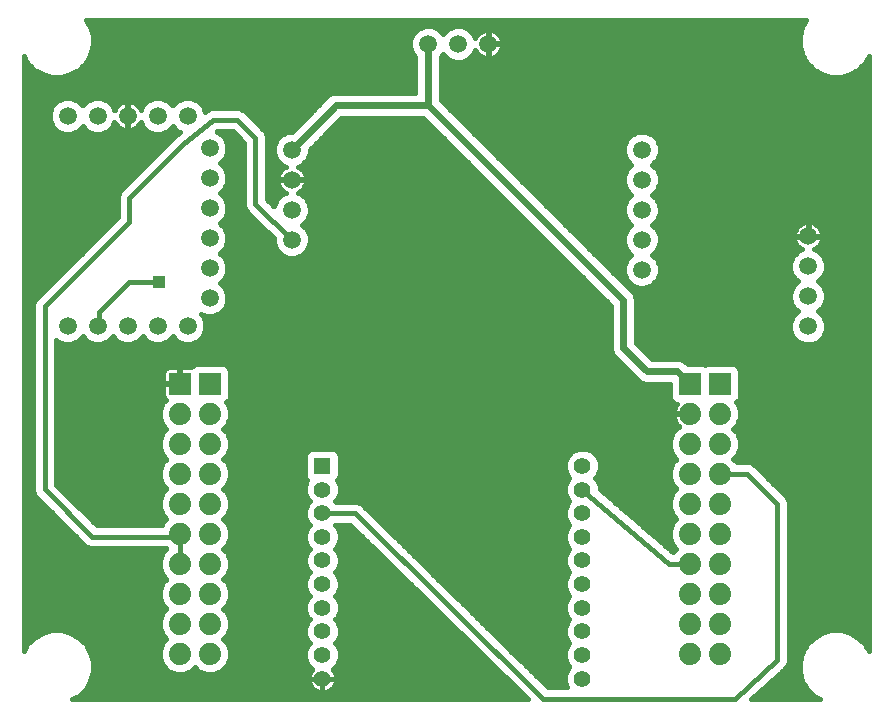
<source format=gtl>
G75*
%MOIN*%
%OFA0B0*%
%FSLAX25Y25*%
%IPPOS*%
%LPD*%
%AMOC8*
5,1,8,0,0,1.08239X$1,22.5*
%
%ADD10R,0.07400X0.07400*%
%ADD11C,0.07400*%
%ADD12C,0.05937*%
%ADD13C,0.05600*%
%ADD14R,0.05600X0.05600*%
%ADD15C,0.01600*%
%ADD16R,0.04356X0.04356*%
%ADD17C,0.02400*%
D10*
X0131804Y0111800D03*
X0141804Y0111800D03*
X0301804Y0111800D03*
X0311804Y0111800D03*
D11*
X0311804Y0101800D03*
X0301804Y0101800D03*
X0301804Y0091800D03*
X0311804Y0091800D03*
X0311804Y0081800D03*
X0301804Y0081800D03*
X0301804Y0071800D03*
X0311804Y0071800D03*
X0311804Y0061800D03*
X0301804Y0061800D03*
X0301804Y0051800D03*
X0311804Y0051800D03*
X0311804Y0041800D03*
X0301804Y0041800D03*
X0301804Y0031800D03*
X0311804Y0031800D03*
X0311804Y0021800D03*
X0301804Y0021800D03*
X0141804Y0021800D03*
X0131804Y0021800D03*
X0131804Y0031800D03*
X0131804Y0041800D03*
X0131804Y0051800D03*
X0131804Y0061800D03*
X0131804Y0071800D03*
X0131804Y0081800D03*
X0131804Y0091800D03*
X0131804Y0101800D03*
X0141804Y0101800D03*
X0141804Y0091800D03*
X0141804Y0081800D03*
X0141804Y0071800D03*
X0141804Y0061800D03*
X0141804Y0051800D03*
X0141804Y0041800D03*
X0141804Y0031800D03*
D12*
X0134383Y0131190D03*
X0124383Y0131190D03*
X0114383Y0131190D03*
X0104383Y0131190D03*
X0094383Y0131190D03*
X0141706Y0140402D03*
X0141706Y0150402D03*
X0141706Y0160402D03*
X0141706Y0170402D03*
X0141706Y0180402D03*
X0141706Y0190402D03*
X0134383Y0201190D03*
X0124383Y0201190D03*
X0114383Y0201190D03*
X0104383Y0201190D03*
X0094383Y0201190D03*
X0169100Y0189883D03*
X0169100Y0179883D03*
X0169100Y0169883D03*
X0169100Y0159883D03*
X0214560Y0225146D03*
X0224560Y0225146D03*
X0234560Y0225146D03*
X0285793Y0189883D03*
X0285793Y0179883D03*
X0285793Y0169883D03*
X0285793Y0159883D03*
X0285793Y0149883D03*
X0341233Y0150969D03*
X0341233Y0140969D03*
X0341233Y0130969D03*
X0341233Y0160969D03*
D13*
X0265961Y0084454D03*
X0265961Y0076580D03*
X0265961Y0068706D03*
X0265961Y0060831D03*
X0265961Y0052957D03*
X0265961Y0045083D03*
X0265961Y0037209D03*
X0265961Y0029335D03*
X0265961Y0021461D03*
X0265961Y0013587D03*
X0179347Y0013587D03*
X0179347Y0021461D03*
X0179347Y0029335D03*
X0179347Y0037209D03*
X0179347Y0045083D03*
X0179347Y0052957D03*
X0179347Y0060831D03*
X0179347Y0068706D03*
X0179347Y0076580D03*
D14*
X0179347Y0084454D03*
D15*
X0079754Y0022752D02*
X0079754Y0221005D01*
X0081033Y0218790D01*
X0083283Y0216540D01*
X0086038Y0214949D01*
X0089111Y0214126D01*
X0092293Y0214126D01*
X0095366Y0214949D01*
X0098121Y0216540D01*
X0100371Y0218790D01*
X0101962Y0221545D01*
X0102785Y0224619D01*
X0102785Y0227800D01*
X0101962Y0230873D01*
X0100607Y0233220D01*
X0340640Y0233220D01*
X0339284Y0230873D01*
X0338461Y0227800D01*
X0338461Y0224619D01*
X0339284Y0221545D01*
X0340875Y0218790D01*
X0343125Y0216540D01*
X0345880Y0214949D01*
X0348954Y0214126D01*
X0352135Y0214126D01*
X0355209Y0214949D01*
X0357964Y0216540D01*
X0360214Y0218790D01*
X0361493Y0221005D01*
X0361493Y0022752D01*
X0360214Y0024967D01*
X0357964Y0027217D01*
X0355209Y0028808D01*
X0352135Y0029631D01*
X0348954Y0029631D01*
X0345880Y0028808D01*
X0343125Y0027217D01*
X0340875Y0024967D01*
X0339284Y0022212D01*
X0338461Y0019139D01*
X0338461Y0015957D01*
X0339284Y0012884D01*
X0340875Y0010129D01*
X0343125Y0007879D01*
X0345340Y0006600D01*
X0322323Y0006600D01*
X0333039Y0016551D01*
X0333106Y0016579D01*
X0333591Y0017063D01*
X0334094Y0017530D01*
X0334124Y0017596D01*
X0334175Y0017647D01*
X0334438Y0018281D01*
X0334723Y0018904D01*
X0334726Y0018977D01*
X0334754Y0019044D01*
X0334754Y0019730D01*
X0334779Y0020415D01*
X0334754Y0020483D01*
X0334754Y0072556D01*
X0334175Y0073953D01*
X0324175Y0083953D01*
X0323106Y0085021D01*
X0321710Y0085600D01*
X0317480Y0085600D01*
X0316280Y0086800D01*
X0317484Y0088005D01*
X0318504Y0090467D01*
X0318504Y0093133D01*
X0317484Y0095595D01*
X0316280Y0096800D01*
X0317484Y0098005D01*
X0318504Y0100467D01*
X0318504Y0103133D01*
X0317484Y0105595D01*
X0317363Y0105716D01*
X0318048Y0106401D01*
X0318504Y0107503D01*
X0318504Y0116097D01*
X0318048Y0117199D01*
X0317204Y0118043D01*
X0316101Y0118500D01*
X0307508Y0118500D01*
X0306804Y0118209D01*
X0306101Y0118500D01*
X0301044Y0118500D01*
X0300010Y0119534D01*
X0298467Y0120173D01*
X0289292Y0120173D01*
X0283878Y0125587D01*
X0283878Y0140431D01*
X0283239Y0141974D01*
X0282057Y0143156D01*
X0218760Y0206453D01*
X0218760Y0220906D01*
X0219560Y0221706D01*
X0221179Y0220087D01*
X0223373Y0219178D01*
X0225747Y0219178D01*
X0227941Y0220087D01*
X0229620Y0221766D01*
X0230208Y0223185D01*
X0230482Y0222647D01*
X0230923Y0222040D01*
X0231454Y0221509D01*
X0232061Y0221068D01*
X0232730Y0220727D01*
X0233444Y0220495D01*
X0234185Y0220378D01*
X0234376Y0220378D01*
X0234376Y0224962D01*
X0234744Y0224962D01*
X0234744Y0220378D01*
X0234936Y0220378D01*
X0235677Y0220495D01*
X0236391Y0220727D01*
X0237059Y0221068D01*
X0237667Y0221509D01*
X0238197Y0222040D01*
X0238639Y0222647D01*
X0238979Y0223316D01*
X0239211Y0224030D01*
X0239329Y0224771D01*
X0239329Y0224962D01*
X0234745Y0224962D01*
X0234745Y0225331D01*
X0239329Y0225331D01*
X0239329Y0225522D01*
X0239211Y0226263D01*
X0238979Y0226977D01*
X0238639Y0227646D01*
X0238197Y0228253D01*
X0237667Y0228784D01*
X0237059Y0229225D01*
X0236391Y0229566D01*
X0235677Y0229798D01*
X0234936Y0229915D01*
X0234744Y0229915D01*
X0234744Y0225331D01*
X0234376Y0225331D01*
X0234376Y0229915D01*
X0234185Y0229915D01*
X0233444Y0229798D01*
X0232730Y0229566D01*
X0232061Y0229225D01*
X0231454Y0228784D01*
X0230923Y0228253D01*
X0230482Y0227646D01*
X0230208Y0227108D01*
X0229620Y0228527D01*
X0227941Y0230206D01*
X0225747Y0231115D01*
X0223373Y0231115D01*
X0221179Y0230206D01*
X0219560Y0228587D01*
X0217941Y0230206D01*
X0215747Y0231115D01*
X0213373Y0231115D01*
X0211179Y0230206D01*
X0209500Y0228527D01*
X0208592Y0226334D01*
X0208592Y0223959D01*
X0209500Y0221766D01*
X0210360Y0220906D01*
X0210360Y0208913D01*
X0183095Y0208913D01*
X0181551Y0208274D01*
X0169128Y0195851D01*
X0167912Y0195851D01*
X0165719Y0194943D01*
X0164040Y0193264D01*
X0163131Y0191070D01*
X0163131Y0188695D01*
X0164040Y0186502D01*
X0165719Y0184823D01*
X0167138Y0184235D01*
X0166600Y0183961D01*
X0165993Y0183520D01*
X0165462Y0182989D01*
X0165021Y0182382D01*
X0164680Y0181713D01*
X0164449Y0180999D01*
X0164331Y0180258D01*
X0164331Y0180067D01*
X0168915Y0180067D01*
X0168915Y0179698D01*
X0164331Y0179698D01*
X0164331Y0179507D01*
X0164449Y0178766D01*
X0164680Y0178052D01*
X0165021Y0177383D01*
X0165462Y0176776D01*
X0165993Y0176245D01*
X0166600Y0175804D01*
X0167138Y0175530D01*
X0165719Y0174943D01*
X0164040Y0173264D01*
X0163131Y0171070D01*
X0163131Y0170997D01*
X0160754Y0173374D01*
X0160754Y0194556D01*
X0160175Y0195953D01*
X0154175Y0201953D01*
X0153106Y0203021D01*
X0151710Y0203600D01*
X0143164Y0203600D01*
X0142622Y0203660D01*
X0142414Y0203600D01*
X0142198Y0203600D01*
X0141694Y0203391D01*
X0141170Y0203239D01*
X0141001Y0203104D01*
X0140801Y0203021D01*
X0140416Y0202636D01*
X0140287Y0202533D01*
X0139443Y0204571D01*
X0137764Y0206250D01*
X0135570Y0207158D01*
X0133196Y0207158D01*
X0131002Y0206250D01*
X0129383Y0204630D01*
X0127764Y0206250D01*
X0125570Y0207158D01*
X0123196Y0207158D01*
X0121002Y0206250D01*
X0119323Y0204571D01*
X0118735Y0203151D01*
X0118461Y0203689D01*
X0118020Y0204296D01*
X0117490Y0204827D01*
X0116882Y0205268D01*
X0116214Y0205609D01*
X0115500Y0205841D01*
X0114758Y0205958D01*
X0114567Y0205958D01*
X0114567Y0201374D01*
X0114199Y0201374D01*
X0114199Y0205958D01*
X0114008Y0205958D01*
X0113266Y0205841D01*
X0112553Y0205609D01*
X0111884Y0205268D01*
X0111277Y0204827D01*
X0110746Y0204296D01*
X0110305Y0203689D01*
X0110031Y0203151D01*
X0109443Y0204571D01*
X0107764Y0206250D01*
X0105570Y0207158D01*
X0103196Y0207158D01*
X0101002Y0206250D01*
X0099383Y0204630D01*
X0097764Y0206250D01*
X0095570Y0207158D01*
X0093196Y0207158D01*
X0091002Y0206250D01*
X0089323Y0204571D01*
X0088415Y0202377D01*
X0088415Y0200003D01*
X0089323Y0197809D01*
X0091002Y0196130D01*
X0093196Y0195221D01*
X0095570Y0195221D01*
X0097764Y0196130D01*
X0099383Y0197749D01*
X0101002Y0196130D01*
X0103196Y0195221D01*
X0105570Y0195221D01*
X0107764Y0196130D01*
X0109443Y0197809D01*
X0110031Y0199228D01*
X0110305Y0198691D01*
X0110746Y0198083D01*
X0111277Y0197553D01*
X0111884Y0197111D01*
X0112553Y0196771D01*
X0113266Y0196539D01*
X0114008Y0196421D01*
X0114199Y0196421D01*
X0114199Y0201005D01*
X0114567Y0201005D01*
X0114567Y0196421D01*
X0114758Y0196421D01*
X0115500Y0196539D01*
X0116214Y0196771D01*
X0116882Y0197111D01*
X0117490Y0197553D01*
X0118020Y0198083D01*
X0118461Y0198691D01*
X0118735Y0199228D01*
X0119323Y0197809D01*
X0121002Y0196130D01*
X0123196Y0195221D01*
X0125570Y0195221D01*
X0127764Y0196130D01*
X0129383Y0197749D01*
X0131002Y0196130D01*
X0131846Y0195780D01*
X0131001Y0195104D01*
X0130801Y0195021D01*
X0130416Y0194636D01*
X0129990Y0194295D01*
X0129885Y0194106D01*
X0112801Y0177021D01*
X0111732Y0175953D01*
X0111154Y0174556D01*
X0111154Y0167374D01*
X0083543Y0139764D01*
X0082965Y0138367D01*
X0082965Y0075847D01*
X0083543Y0074451D01*
X0084612Y0073382D01*
X0099292Y0058703D01*
X0100360Y0057634D01*
X0101757Y0057055D01*
X0127074Y0057055D01*
X0127329Y0056800D01*
X0126124Y0055595D01*
X0125104Y0053133D01*
X0125104Y0050467D01*
X0126124Y0048005D01*
X0127329Y0046800D01*
X0126124Y0045595D01*
X0125104Y0043133D01*
X0125104Y0040467D01*
X0126124Y0038005D01*
X0127329Y0036800D01*
X0126124Y0035595D01*
X0125104Y0033133D01*
X0125104Y0030467D01*
X0126124Y0028005D01*
X0127329Y0026800D01*
X0126124Y0025595D01*
X0125104Y0023133D01*
X0125104Y0020467D01*
X0126124Y0018005D01*
X0128009Y0016120D01*
X0130472Y0015100D01*
X0133137Y0015100D01*
X0135600Y0016120D01*
X0136804Y0017325D01*
X0138009Y0016120D01*
X0140472Y0015100D01*
X0143137Y0015100D01*
X0145600Y0016120D01*
X0147484Y0018005D01*
X0148504Y0020467D01*
X0148504Y0023133D01*
X0147484Y0025595D01*
X0146280Y0026800D01*
X0147484Y0028005D01*
X0148504Y0030467D01*
X0148504Y0033133D01*
X0147484Y0035595D01*
X0146280Y0036800D01*
X0147484Y0038005D01*
X0148504Y0040467D01*
X0148504Y0043133D01*
X0147484Y0045595D01*
X0146280Y0046800D01*
X0147484Y0048005D01*
X0148504Y0050467D01*
X0148504Y0053133D01*
X0147484Y0055595D01*
X0146280Y0056800D01*
X0147484Y0058005D01*
X0148504Y0060467D01*
X0148504Y0063133D01*
X0147484Y0065595D01*
X0146280Y0066800D01*
X0147484Y0068005D01*
X0148504Y0070467D01*
X0148504Y0073133D01*
X0147484Y0075595D01*
X0146280Y0076800D01*
X0147484Y0078005D01*
X0148504Y0080467D01*
X0148504Y0083133D01*
X0147484Y0085595D01*
X0146280Y0086800D01*
X0147484Y0088005D01*
X0148504Y0090467D01*
X0148504Y0093133D01*
X0147484Y0095595D01*
X0146280Y0096800D01*
X0147484Y0098005D01*
X0148504Y0100467D01*
X0148504Y0103133D01*
X0147484Y0105595D01*
X0147363Y0105716D01*
X0148048Y0106401D01*
X0148504Y0107503D01*
X0148504Y0116097D01*
X0148048Y0117199D01*
X0147204Y0118043D01*
X0146101Y0118500D01*
X0137508Y0118500D01*
X0136405Y0118043D01*
X0135662Y0117300D01*
X0132004Y0117300D01*
X0132004Y0112000D01*
X0131604Y0112000D01*
X0131604Y0111600D01*
X0126304Y0111600D01*
X0126304Y0107863D01*
X0126427Y0107405D01*
X0126664Y0106995D01*
X0126999Y0106660D01*
X0127119Y0106590D01*
X0126124Y0105595D01*
X0125104Y0103133D01*
X0125104Y0100467D01*
X0126124Y0098005D01*
X0127329Y0096800D01*
X0126124Y0095595D01*
X0125104Y0093133D01*
X0125104Y0090467D01*
X0126124Y0088005D01*
X0127329Y0086800D01*
X0126124Y0085595D01*
X0125104Y0083133D01*
X0125104Y0080467D01*
X0126124Y0078005D01*
X0127329Y0076800D01*
X0126124Y0075595D01*
X0125104Y0073133D01*
X0125104Y0070467D01*
X0126124Y0068005D01*
X0127329Y0066800D01*
X0126124Y0065595D01*
X0125735Y0064655D01*
X0104087Y0064655D01*
X0090565Y0078177D01*
X0090565Y0126567D01*
X0091002Y0126130D01*
X0093196Y0125221D01*
X0095570Y0125221D01*
X0097764Y0126130D01*
X0099383Y0127749D01*
X0101002Y0126130D01*
X0103196Y0125221D01*
X0105570Y0125221D01*
X0107764Y0126130D01*
X0109383Y0127749D01*
X0111002Y0126130D01*
X0113196Y0125221D01*
X0115570Y0125221D01*
X0117764Y0126130D01*
X0119383Y0127749D01*
X0121002Y0126130D01*
X0123196Y0125221D01*
X0125570Y0125221D01*
X0127764Y0126130D01*
X0129383Y0127749D01*
X0131002Y0126130D01*
X0133196Y0125221D01*
X0135570Y0125221D01*
X0137764Y0126130D01*
X0139443Y0127809D01*
X0140352Y0130003D01*
X0140352Y0132377D01*
X0139443Y0134571D01*
X0138916Y0135098D01*
X0140519Y0134434D01*
X0142893Y0134434D01*
X0145087Y0135343D01*
X0146766Y0137021D01*
X0147674Y0139215D01*
X0147674Y0141590D01*
X0146766Y0143783D01*
X0145147Y0145402D01*
X0146766Y0147021D01*
X0147674Y0149215D01*
X0147674Y0151590D01*
X0146766Y0153783D01*
X0145147Y0155402D01*
X0146766Y0157021D01*
X0147674Y0159215D01*
X0147674Y0161590D01*
X0146766Y0163783D01*
X0145147Y0165402D01*
X0146766Y0167021D01*
X0147674Y0169215D01*
X0147674Y0171590D01*
X0146766Y0173783D01*
X0145147Y0175402D01*
X0146766Y0177021D01*
X0147674Y0179215D01*
X0147674Y0181590D01*
X0146766Y0183783D01*
X0145147Y0185402D01*
X0146766Y0187021D01*
X0147674Y0189215D01*
X0147674Y0191590D01*
X0146766Y0193783D01*
X0145087Y0195462D01*
X0144117Y0195864D01*
X0144287Y0196000D01*
X0149380Y0196000D01*
X0153154Y0192226D01*
X0153154Y0171044D01*
X0153732Y0169647D01*
X0154801Y0168579D01*
X0160801Y0162579D01*
X0161191Y0162417D01*
X0163131Y0160477D01*
X0163131Y0158695D01*
X0164040Y0156502D01*
X0165719Y0154823D01*
X0167912Y0153914D01*
X0170287Y0153914D01*
X0172480Y0154823D01*
X0174159Y0156502D01*
X0175068Y0158695D01*
X0175068Y0161070D01*
X0174159Y0163264D01*
X0172540Y0164883D01*
X0174159Y0166502D01*
X0175068Y0168695D01*
X0175068Y0171070D01*
X0174159Y0173264D01*
X0172480Y0174943D01*
X0171061Y0175530D01*
X0171599Y0175804D01*
X0172206Y0176245D01*
X0172737Y0176776D01*
X0173178Y0177383D01*
X0173519Y0178052D01*
X0173751Y0178766D01*
X0173868Y0179507D01*
X0173868Y0179698D01*
X0169284Y0179698D01*
X0169284Y0180067D01*
X0173868Y0180067D01*
X0173868Y0180258D01*
X0173751Y0180999D01*
X0173519Y0181713D01*
X0173178Y0182382D01*
X0172737Y0182989D01*
X0172206Y0183520D01*
X0171599Y0183961D01*
X0171061Y0184235D01*
X0172480Y0184823D01*
X0174159Y0186502D01*
X0175068Y0188695D01*
X0175068Y0189911D01*
X0185670Y0200513D01*
X0212821Y0200513D01*
X0275478Y0137856D01*
X0275478Y0123012D01*
X0276118Y0121468D01*
X0283992Y0113594D01*
X0285173Y0112413D01*
X0286717Y0111773D01*
X0295104Y0111773D01*
X0295104Y0107503D01*
X0295561Y0106401D01*
X0296405Y0105557D01*
X0297428Y0105133D01*
X0297100Y0104683D01*
X0296707Y0103911D01*
X0296440Y0103088D01*
X0296304Y0102233D01*
X0296304Y0102000D01*
X0301604Y0102000D01*
X0301604Y0101600D01*
X0296304Y0101600D01*
X0296304Y0101367D01*
X0296440Y0100512D01*
X0296707Y0099689D01*
X0297100Y0098917D01*
X0297609Y0098217D01*
X0298221Y0097605D01*
X0298254Y0097581D01*
X0298009Y0097480D01*
X0296124Y0095595D01*
X0295104Y0093133D01*
X0295104Y0090467D01*
X0296124Y0088005D01*
X0297329Y0086800D01*
X0296124Y0085595D01*
X0295104Y0083133D01*
X0295104Y0080467D01*
X0296124Y0078005D01*
X0297329Y0076800D01*
X0296124Y0075595D01*
X0295104Y0073133D01*
X0295104Y0070467D01*
X0296124Y0068005D01*
X0297329Y0066800D01*
X0296124Y0065595D01*
X0295104Y0063133D01*
X0295104Y0060467D01*
X0296124Y0058005D01*
X0297329Y0056800D01*
X0296139Y0055610D01*
X0271761Y0076600D01*
X0271761Y0077733D01*
X0270878Y0079865D01*
X0270226Y0080517D01*
X0270878Y0081168D01*
X0271761Y0083300D01*
X0271761Y0085607D01*
X0270878Y0087739D01*
X0269246Y0089371D01*
X0267115Y0090254D01*
X0264807Y0090254D01*
X0262676Y0089371D01*
X0261044Y0087739D01*
X0260161Y0085607D01*
X0260161Y0083300D01*
X0261044Y0081168D01*
X0261696Y0080517D01*
X0261044Y0079865D01*
X0260161Y0077733D01*
X0260161Y0075426D01*
X0261044Y0073294D01*
X0261696Y0072643D01*
X0261044Y0071991D01*
X0260161Y0069859D01*
X0260161Y0067552D01*
X0261044Y0065420D01*
X0261696Y0064768D01*
X0261044Y0064117D01*
X0260161Y0061985D01*
X0260161Y0059678D01*
X0261044Y0057546D01*
X0261696Y0056894D01*
X0261044Y0056243D01*
X0260161Y0054111D01*
X0260161Y0051804D01*
X0261044Y0049672D01*
X0261696Y0049020D01*
X0261044Y0048369D01*
X0260161Y0046237D01*
X0260161Y0043930D01*
X0261044Y0041798D01*
X0261696Y0041146D01*
X0261044Y0040495D01*
X0260161Y0038363D01*
X0260161Y0036056D01*
X0261044Y0033924D01*
X0261696Y0033272D01*
X0261044Y0032621D01*
X0260161Y0030489D01*
X0260161Y0028182D01*
X0261044Y0026050D01*
X0261696Y0025398D01*
X0261044Y0024747D01*
X0260161Y0022615D01*
X0260161Y0020308D01*
X0261044Y0018176D01*
X0261696Y0017524D01*
X0261044Y0016873D01*
X0260161Y0014741D01*
X0260161Y0012434D01*
X0260921Y0010600D01*
X0254510Y0010600D01*
X0192725Y0071403D01*
X0192201Y0071927D01*
X0192186Y0071933D01*
X0192175Y0071944D01*
X0191489Y0072222D01*
X0190804Y0072505D01*
X0190788Y0072505D01*
X0190774Y0072511D01*
X0190033Y0072505D01*
X0183749Y0072505D01*
X0183612Y0072643D01*
X0184264Y0073294D01*
X0185147Y0075426D01*
X0185147Y0077733D01*
X0184363Y0079627D01*
X0184690Y0079954D01*
X0185147Y0081057D01*
X0185147Y0087850D01*
X0184690Y0088953D01*
X0183846Y0089797D01*
X0182744Y0090254D01*
X0175950Y0090254D01*
X0174847Y0089797D01*
X0174004Y0088953D01*
X0173547Y0087850D01*
X0173547Y0081057D01*
X0174004Y0079954D01*
X0174331Y0079627D01*
X0173547Y0077733D01*
X0173547Y0075426D01*
X0174430Y0073294D01*
X0175081Y0072643D01*
X0174430Y0071991D01*
X0173547Y0069859D01*
X0173547Y0067552D01*
X0174430Y0065420D01*
X0175081Y0064768D01*
X0174430Y0064117D01*
X0173547Y0061985D01*
X0173547Y0059678D01*
X0174430Y0057546D01*
X0175081Y0056894D01*
X0174430Y0056243D01*
X0173547Y0054111D01*
X0173547Y0051804D01*
X0174430Y0049672D01*
X0175081Y0049020D01*
X0174430Y0048369D01*
X0173547Y0046237D01*
X0173547Y0043930D01*
X0174430Y0041798D01*
X0175081Y0041146D01*
X0174430Y0040495D01*
X0173547Y0038363D01*
X0173547Y0036056D01*
X0174430Y0033924D01*
X0175081Y0033272D01*
X0174430Y0032621D01*
X0173547Y0030489D01*
X0173547Y0028182D01*
X0174430Y0026050D01*
X0175081Y0025398D01*
X0174430Y0024747D01*
X0173547Y0022615D01*
X0173547Y0020308D01*
X0174430Y0018176D01*
X0175930Y0016676D01*
X0175838Y0016584D01*
X0175413Y0015998D01*
X0175084Y0015353D01*
X0174860Y0014665D01*
X0174747Y0013949D01*
X0174747Y0013587D01*
X0174747Y0013225D01*
X0174860Y0012510D01*
X0175084Y0011822D01*
X0175413Y0011176D01*
X0175838Y0010591D01*
X0176350Y0010079D01*
X0176936Y0009653D01*
X0177581Y0009324D01*
X0178270Y0009101D01*
X0178985Y0008987D01*
X0179347Y0008987D01*
X0179709Y0008987D01*
X0180424Y0009101D01*
X0181113Y0009324D01*
X0181758Y0009653D01*
X0182344Y0010079D01*
X0182856Y0010591D01*
X0183281Y0011176D01*
X0183610Y0011822D01*
X0183834Y0012510D01*
X0183947Y0013225D01*
X0183947Y0013587D01*
X0179347Y0013587D01*
X0179347Y0008987D01*
X0179347Y0013587D01*
X0179347Y0013587D01*
X0179347Y0013587D01*
X0174747Y0013587D01*
X0179347Y0013587D01*
X0179347Y0013587D01*
X0183947Y0013587D01*
X0183947Y0013949D01*
X0183834Y0014665D01*
X0183610Y0015353D01*
X0183281Y0015998D01*
X0182856Y0016584D01*
X0182764Y0016676D01*
X0184264Y0018176D01*
X0185147Y0020308D01*
X0185147Y0022615D01*
X0184264Y0024747D01*
X0183612Y0025398D01*
X0184264Y0026050D01*
X0185147Y0028182D01*
X0185147Y0030489D01*
X0184264Y0032621D01*
X0183612Y0033272D01*
X0184264Y0033924D01*
X0185147Y0036056D01*
X0185147Y0038363D01*
X0184264Y0040495D01*
X0183612Y0041146D01*
X0184264Y0041798D01*
X0185147Y0043930D01*
X0185147Y0046237D01*
X0184264Y0048369D01*
X0183612Y0049020D01*
X0184264Y0049672D01*
X0185147Y0051804D01*
X0185147Y0054111D01*
X0184264Y0056243D01*
X0183612Y0056894D01*
X0184264Y0057546D01*
X0185147Y0059678D01*
X0185147Y0061985D01*
X0184264Y0064117D01*
X0183612Y0064768D01*
X0183749Y0064906D01*
X0188492Y0064906D01*
X0247740Y0006600D01*
X0095906Y0006600D01*
X0098121Y0007879D01*
X0100371Y0010129D01*
X0101962Y0012884D01*
X0102785Y0015957D01*
X0102785Y0019139D01*
X0101962Y0022212D01*
X0100371Y0024967D01*
X0098121Y0027217D01*
X0095366Y0028808D01*
X0092293Y0029631D01*
X0089111Y0029631D01*
X0086038Y0028808D01*
X0083283Y0027217D01*
X0081033Y0024967D01*
X0079754Y0022752D01*
X0079754Y0024179D02*
X0080578Y0024179D01*
X0079754Y0025778D02*
X0081843Y0025778D01*
X0083558Y0027376D02*
X0079754Y0027376D01*
X0079754Y0028975D02*
X0086660Y0028975D01*
X0079754Y0030573D02*
X0125104Y0030573D01*
X0125104Y0032172D02*
X0079754Y0032172D01*
X0079754Y0033770D02*
X0125368Y0033770D01*
X0126031Y0035369D02*
X0079754Y0035369D01*
X0079754Y0036967D02*
X0127162Y0036967D01*
X0125892Y0038566D02*
X0079754Y0038566D01*
X0079754Y0040164D02*
X0125230Y0040164D01*
X0125104Y0041763D02*
X0079754Y0041763D01*
X0079754Y0043361D02*
X0125199Y0043361D01*
X0125861Y0044960D02*
X0079754Y0044960D01*
X0079754Y0046558D02*
X0127087Y0046558D01*
X0126061Y0048157D02*
X0079754Y0048157D01*
X0079754Y0049755D02*
X0125399Y0049755D01*
X0125104Y0051354D02*
X0079754Y0051354D01*
X0079754Y0052952D02*
X0125104Y0052952D01*
X0125692Y0054551D02*
X0079754Y0054551D01*
X0079754Y0056149D02*
X0126678Y0056149D01*
X0131804Y0051800D02*
X0131804Y0061800D01*
X0130859Y0060855D01*
X0102513Y0060855D01*
X0086765Y0076603D01*
X0086765Y0137611D01*
X0114954Y0165800D01*
X0114954Y0173800D01*
X0132954Y0191800D01*
X0142954Y0199800D01*
X0150954Y0199800D01*
X0156954Y0193800D01*
X0156954Y0171800D01*
X0162954Y0165800D01*
X0163182Y0165800D01*
X0169100Y0159883D01*
X0174827Y0161651D02*
X0251683Y0161651D01*
X0253281Y0160053D02*
X0175068Y0160053D01*
X0174968Y0158454D02*
X0254880Y0158454D01*
X0256478Y0156856D02*
X0174306Y0156856D01*
X0172915Y0155257D02*
X0258077Y0155257D01*
X0259675Y0153659D02*
X0146817Y0153659D01*
X0147480Y0152060D02*
X0261274Y0152060D01*
X0262872Y0150462D02*
X0147674Y0150462D01*
X0147529Y0148863D02*
X0264471Y0148863D01*
X0266069Y0147265D02*
X0146866Y0147265D01*
X0145410Y0145666D02*
X0267668Y0145666D01*
X0269266Y0144068D02*
X0146481Y0144068D01*
X0147310Y0142469D02*
X0270865Y0142469D01*
X0272463Y0140870D02*
X0147674Y0140870D01*
X0147674Y0139272D02*
X0274062Y0139272D01*
X0275478Y0137673D02*
X0147036Y0137673D01*
X0145819Y0136075D02*
X0275478Y0136075D01*
X0275478Y0134476D02*
X0142996Y0134476D01*
X0140416Y0134476D02*
X0139482Y0134476D01*
X0140144Y0132878D02*
X0275478Y0132878D01*
X0275478Y0131279D02*
X0140352Y0131279D01*
X0140218Y0129681D02*
X0275478Y0129681D01*
X0275478Y0128082D02*
X0139556Y0128082D01*
X0138118Y0126484D02*
X0275478Y0126484D01*
X0275478Y0124885D02*
X0090565Y0124885D01*
X0090565Y0123287D02*
X0275478Y0123287D01*
X0276027Y0121688D02*
X0090565Y0121688D01*
X0090565Y0120090D02*
X0277496Y0120090D01*
X0279095Y0118491D02*
X0146122Y0118491D01*
X0148175Y0116893D02*
X0280693Y0116893D01*
X0282292Y0115294D02*
X0148504Y0115294D01*
X0148504Y0113696D02*
X0283890Y0113696D01*
X0285935Y0112097D02*
X0148504Y0112097D01*
X0148504Y0110499D02*
X0295104Y0110499D01*
X0295104Y0108900D02*
X0148504Y0108900D01*
X0148421Y0107302D02*
X0295188Y0107302D01*
X0296258Y0105703D02*
X0147376Y0105703D01*
X0148102Y0104105D02*
X0296806Y0104105D01*
X0296348Y0102506D02*
X0148504Y0102506D01*
X0148504Y0100908D02*
X0296377Y0100908D01*
X0296901Y0099309D02*
X0148025Y0099309D01*
X0147190Y0097711D02*
X0298115Y0097711D01*
X0296641Y0096112D02*
X0146967Y0096112D01*
X0147932Y0094514D02*
X0295676Y0094514D01*
X0295104Y0092915D02*
X0148504Y0092915D01*
X0148504Y0091317D02*
X0295104Y0091317D01*
X0295415Y0089718D02*
X0268407Y0089718D01*
X0270497Y0088120D02*
X0296077Y0088120D01*
X0297050Y0086521D02*
X0271382Y0086521D01*
X0271761Y0084923D02*
X0295846Y0084923D01*
X0295184Y0083324D02*
X0271761Y0083324D01*
X0271109Y0081726D02*
X0295104Y0081726D01*
X0295245Y0080127D02*
X0270616Y0080127D01*
X0271432Y0078529D02*
X0295907Y0078529D01*
X0297199Y0076930D02*
X0271761Y0076930D01*
X0273234Y0075332D02*
X0296015Y0075332D01*
X0295353Y0073733D02*
X0275091Y0073733D01*
X0276948Y0072134D02*
X0295104Y0072134D01*
X0295104Y0070536D02*
X0278804Y0070536D01*
X0280661Y0068937D02*
X0295738Y0068937D01*
X0296790Y0067339D02*
X0282517Y0067339D01*
X0284374Y0065740D02*
X0296270Y0065740D01*
X0295522Y0064142D02*
X0286230Y0064142D01*
X0288087Y0062543D02*
X0295104Y0062543D01*
X0295104Y0060945D02*
X0289943Y0060945D01*
X0291800Y0059346D02*
X0295569Y0059346D01*
X0296381Y0057748D02*
X0293656Y0057748D01*
X0295513Y0056149D02*
X0296678Y0056149D01*
X0294741Y0051800D02*
X0301804Y0051800D01*
X0294741Y0051800D02*
X0265961Y0076580D01*
X0260490Y0078529D02*
X0184817Y0078529D01*
X0184762Y0080127D02*
X0261306Y0080127D01*
X0260813Y0081726D02*
X0185147Y0081726D01*
X0185147Y0083324D02*
X0260161Y0083324D01*
X0260161Y0084923D02*
X0185147Y0084923D01*
X0185147Y0086521D02*
X0260540Y0086521D01*
X0261425Y0088120D02*
X0185035Y0088120D01*
X0183925Y0089718D02*
X0263515Y0089718D01*
X0260161Y0076930D02*
X0185147Y0076930D01*
X0185108Y0075332D02*
X0260200Y0075332D01*
X0260862Y0073733D02*
X0184446Y0073733D01*
X0179347Y0068706D02*
X0190048Y0068706D01*
X0252954Y0006800D01*
X0316954Y0006800D01*
X0330954Y0019800D01*
X0330954Y0071800D01*
X0320954Y0081800D01*
X0311804Y0081800D01*
X0316558Y0086521D02*
X0361493Y0086521D01*
X0361493Y0084923D02*
X0323205Y0084923D01*
X0324804Y0083324D02*
X0361493Y0083324D01*
X0361493Y0081726D02*
X0326402Y0081726D01*
X0328001Y0080127D02*
X0361493Y0080127D01*
X0361493Y0078529D02*
X0329599Y0078529D01*
X0331198Y0076930D02*
X0361493Y0076930D01*
X0361493Y0075332D02*
X0332796Y0075332D01*
X0334266Y0073733D02*
X0361493Y0073733D01*
X0361493Y0072134D02*
X0334754Y0072134D01*
X0334754Y0070536D02*
X0361493Y0070536D01*
X0361493Y0068937D02*
X0334754Y0068937D01*
X0334754Y0067339D02*
X0361493Y0067339D01*
X0361493Y0065740D02*
X0334754Y0065740D01*
X0334754Y0064142D02*
X0361493Y0064142D01*
X0361493Y0062543D02*
X0334754Y0062543D01*
X0334754Y0060945D02*
X0361493Y0060945D01*
X0361493Y0059346D02*
X0334754Y0059346D01*
X0334754Y0057748D02*
X0361493Y0057748D01*
X0361493Y0056149D02*
X0334754Y0056149D01*
X0334754Y0054551D02*
X0361493Y0054551D01*
X0361493Y0052952D02*
X0334754Y0052952D01*
X0334754Y0051354D02*
X0361493Y0051354D01*
X0361493Y0049755D02*
X0334754Y0049755D01*
X0334754Y0048157D02*
X0361493Y0048157D01*
X0361493Y0046558D02*
X0334754Y0046558D01*
X0334754Y0044960D02*
X0361493Y0044960D01*
X0361493Y0043361D02*
X0334754Y0043361D01*
X0334754Y0041763D02*
X0361493Y0041763D01*
X0361493Y0040164D02*
X0334754Y0040164D01*
X0334754Y0038566D02*
X0361493Y0038566D01*
X0361493Y0036967D02*
X0334754Y0036967D01*
X0334754Y0035369D02*
X0361493Y0035369D01*
X0361493Y0033770D02*
X0334754Y0033770D01*
X0334754Y0032172D02*
X0361493Y0032172D01*
X0361493Y0030573D02*
X0334754Y0030573D01*
X0334754Y0028975D02*
X0346502Y0028975D01*
X0343400Y0027376D02*
X0334754Y0027376D01*
X0334754Y0025778D02*
X0341686Y0025778D01*
X0340420Y0024179D02*
X0334754Y0024179D01*
X0334754Y0022581D02*
X0339497Y0022581D01*
X0338955Y0020982D02*
X0334754Y0020982D01*
X0334754Y0019384D02*
X0338527Y0019384D01*
X0338461Y0017785D02*
X0334232Y0017785D01*
X0332647Y0016187D02*
X0338461Y0016187D01*
X0338828Y0014588D02*
X0330926Y0014588D01*
X0329204Y0012990D02*
X0339256Y0012990D01*
X0340146Y0011391D02*
X0327483Y0011391D01*
X0325761Y0009793D02*
X0341211Y0009793D01*
X0342810Y0008194D02*
X0324040Y0008194D01*
X0354587Y0028975D02*
X0361493Y0028975D01*
X0361493Y0027376D02*
X0357689Y0027376D01*
X0359403Y0025778D02*
X0361493Y0025778D01*
X0361493Y0024179D02*
X0360669Y0024179D01*
X0361493Y0088120D02*
X0317532Y0088120D01*
X0318194Y0089718D02*
X0361493Y0089718D01*
X0361493Y0091317D02*
X0318504Y0091317D01*
X0318504Y0092915D02*
X0361493Y0092915D01*
X0361493Y0094514D02*
X0317932Y0094514D01*
X0316967Y0096112D02*
X0361493Y0096112D01*
X0361493Y0097711D02*
X0317190Y0097711D01*
X0318025Y0099309D02*
X0361493Y0099309D01*
X0361493Y0100908D02*
X0318504Y0100908D01*
X0318504Y0102506D02*
X0361493Y0102506D01*
X0361493Y0104105D02*
X0318102Y0104105D01*
X0317376Y0105703D02*
X0361493Y0105703D01*
X0361493Y0107302D02*
X0318421Y0107302D01*
X0318504Y0108900D02*
X0361493Y0108900D01*
X0361493Y0110499D02*
X0318504Y0110499D01*
X0318504Y0112097D02*
X0361493Y0112097D01*
X0361493Y0113696D02*
X0318504Y0113696D01*
X0318504Y0115294D02*
X0361493Y0115294D01*
X0361493Y0116893D02*
X0318175Y0116893D01*
X0316122Y0118491D02*
X0361493Y0118491D01*
X0361493Y0120090D02*
X0298668Y0120090D01*
X0306122Y0118491D02*
X0307487Y0118491D01*
X0287777Y0121688D02*
X0361493Y0121688D01*
X0361493Y0123287D02*
X0286178Y0123287D01*
X0284580Y0124885D02*
X0361493Y0124885D01*
X0361493Y0126484D02*
X0345189Y0126484D01*
X0344614Y0125909D02*
X0346293Y0127588D01*
X0347202Y0129782D01*
X0347202Y0132156D01*
X0346293Y0134350D01*
X0344674Y0135969D01*
X0346293Y0137588D01*
X0347202Y0139782D01*
X0347202Y0142156D01*
X0346293Y0144350D01*
X0344674Y0145969D01*
X0346293Y0147588D01*
X0347202Y0149782D01*
X0347202Y0152156D01*
X0346293Y0154350D01*
X0344614Y0156029D01*
X0343195Y0156617D01*
X0343733Y0156891D01*
X0344340Y0157332D01*
X0344871Y0157863D01*
X0345312Y0158470D01*
X0345653Y0159139D01*
X0345885Y0159853D01*
X0346002Y0160594D01*
X0346002Y0160785D01*
X0341418Y0160785D01*
X0341418Y0161154D01*
X0341049Y0161154D01*
X0341049Y0165738D01*
X0340858Y0165738D01*
X0340117Y0165620D01*
X0339403Y0165388D01*
X0338734Y0165048D01*
X0338127Y0164606D01*
X0337596Y0164076D01*
X0337155Y0163469D01*
X0336814Y0162800D01*
X0336582Y0162086D01*
X0336465Y0161345D01*
X0336465Y0161154D01*
X0341049Y0161154D01*
X0341049Y0160785D01*
X0336465Y0160785D01*
X0336465Y0160594D01*
X0336582Y0159853D01*
X0336814Y0159139D01*
X0337155Y0158470D01*
X0337596Y0157863D01*
X0338127Y0157332D01*
X0338734Y0156891D01*
X0339272Y0156617D01*
X0337853Y0156029D01*
X0336174Y0154350D01*
X0335265Y0152156D01*
X0335265Y0149782D01*
X0336174Y0147588D01*
X0337793Y0145969D01*
X0336174Y0144350D01*
X0335265Y0142156D01*
X0335265Y0139782D01*
X0336174Y0137588D01*
X0337793Y0135969D01*
X0336174Y0134350D01*
X0335265Y0132156D01*
X0335265Y0129782D01*
X0336174Y0127588D01*
X0337853Y0125909D01*
X0340046Y0125001D01*
X0342421Y0125001D01*
X0344614Y0125909D01*
X0346498Y0128082D02*
X0361493Y0128082D01*
X0361493Y0129681D02*
X0347160Y0129681D01*
X0347202Y0131279D02*
X0361493Y0131279D01*
X0361493Y0132878D02*
X0346903Y0132878D01*
X0346167Y0134476D02*
X0361493Y0134476D01*
X0361493Y0136075D02*
X0344780Y0136075D01*
X0346329Y0137673D02*
X0361493Y0137673D01*
X0361493Y0139272D02*
X0346991Y0139272D01*
X0347202Y0140870D02*
X0361493Y0140870D01*
X0361493Y0142469D02*
X0347073Y0142469D01*
X0346410Y0144068D02*
X0361493Y0144068D01*
X0361493Y0145666D02*
X0344977Y0145666D01*
X0345969Y0147265D02*
X0361493Y0147265D01*
X0361493Y0148863D02*
X0346821Y0148863D01*
X0347202Y0150462D02*
X0361493Y0150462D01*
X0361493Y0152060D02*
X0347202Y0152060D01*
X0346580Y0153659D02*
X0361493Y0153659D01*
X0361493Y0155257D02*
X0345386Y0155257D01*
X0343663Y0156856D02*
X0361493Y0156856D01*
X0361493Y0158454D02*
X0345300Y0158454D01*
X0345916Y0160053D02*
X0361493Y0160053D01*
X0361493Y0161651D02*
X0345953Y0161651D01*
X0346002Y0161345D02*
X0345885Y0162086D01*
X0345653Y0162800D01*
X0345312Y0163469D01*
X0344871Y0164076D01*
X0344340Y0164606D01*
X0343733Y0165048D01*
X0343064Y0165388D01*
X0342350Y0165620D01*
X0341609Y0165738D01*
X0341418Y0165738D01*
X0341418Y0161154D01*
X0346002Y0161154D01*
X0346002Y0161345D01*
X0345423Y0163250D02*
X0361493Y0163250D01*
X0361493Y0164848D02*
X0344007Y0164848D01*
X0341418Y0164848D02*
X0341049Y0164848D01*
X0341049Y0163250D02*
X0341418Y0163250D01*
X0341418Y0161651D02*
X0341049Y0161651D01*
X0338460Y0164848D02*
X0289268Y0164848D01*
X0289233Y0164883D02*
X0290852Y0166502D01*
X0291761Y0168695D01*
X0291761Y0171070D01*
X0290852Y0173264D01*
X0289233Y0174883D01*
X0290852Y0176502D01*
X0291761Y0178695D01*
X0291761Y0181070D01*
X0290852Y0183264D01*
X0289233Y0184883D01*
X0290852Y0186502D01*
X0291761Y0188695D01*
X0291761Y0191070D01*
X0290852Y0193264D01*
X0289173Y0194943D01*
X0286980Y0195851D01*
X0284605Y0195851D01*
X0282412Y0194943D01*
X0280733Y0193264D01*
X0279824Y0191070D01*
X0279824Y0188695D01*
X0280733Y0186502D01*
X0282352Y0184883D01*
X0280733Y0183264D01*
X0279824Y0181070D01*
X0279824Y0178695D01*
X0280733Y0176502D01*
X0282352Y0174883D01*
X0280733Y0173264D01*
X0279824Y0171070D01*
X0279824Y0168695D01*
X0280733Y0166502D01*
X0282352Y0164883D01*
X0280733Y0163264D01*
X0279824Y0161070D01*
X0279824Y0158695D01*
X0280733Y0156502D01*
X0282352Y0154883D01*
X0280733Y0153264D01*
X0279824Y0151070D01*
X0279824Y0148695D01*
X0280733Y0146502D01*
X0282412Y0144823D01*
X0284605Y0143914D01*
X0286980Y0143914D01*
X0289173Y0144823D01*
X0290852Y0146502D01*
X0291761Y0148695D01*
X0291761Y0151070D01*
X0290852Y0153264D01*
X0289233Y0154883D01*
X0290852Y0156502D01*
X0291761Y0158695D01*
X0291761Y0161070D01*
X0290852Y0163264D01*
X0289233Y0164883D01*
X0290797Y0166447D02*
X0361493Y0166447D01*
X0361493Y0168045D02*
X0291492Y0168045D01*
X0291761Y0169644D02*
X0361493Y0169644D01*
X0361493Y0171242D02*
X0291690Y0171242D01*
X0291028Y0172841D02*
X0361493Y0172841D01*
X0361493Y0174439D02*
X0289677Y0174439D01*
X0290388Y0176038D02*
X0361493Y0176038D01*
X0361493Y0177636D02*
X0291322Y0177636D01*
X0291761Y0179235D02*
X0361493Y0179235D01*
X0361493Y0180833D02*
X0291761Y0180833D01*
X0291197Y0182432D02*
X0361493Y0182432D01*
X0361493Y0184030D02*
X0290086Y0184030D01*
X0289979Y0185629D02*
X0361493Y0185629D01*
X0361493Y0187227D02*
X0291153Y0187227D01*
X0291761Y0188826D02*
X0361493Y0188826D01*
X0361493Y0190424D02*
X0291761Y0190424D01*
X0291366Y0192023D02*
X0361493Y0192023D01*
X0361493Y0193621D02*
X0290495Y0193621D01*
X0288504Y0195220D02*
X0361493Y0195220D01*
X0361493Y0196818D02*
X0228395Y0196818D01*
X0229993Y0195220D02*
X0283081Y0195220D01*
X0281090Y0193621D02*
X0231592Y0193621D01*
X0233190Y0192023D02*
X0280219Y0192023D01*
X0279824Y0190424D02*
X0234789Y0190424D01*
X0236387Y0188826D02*
X0279824Y0188826D01*
X0280432Y0187227D02*
X0237986Y0187227D01*
X0239584Y0185629D02*
X0281606Y0185629D01*
X0281499Y0184030D02*
X0241183Y0184030D01*
X0242782Y0182432D02*
X0280388Y0182432D01*
X0279824Y0180833D02*
X0244380Y0180833D01*
X0245979Y0179235D02*
X0279824Y0179235D01*
X0280263Y0177636D02*
X0247577Y0177636D01*
X0249176Y0176038D02*
X0281197Y0176038D01*
X0281908Y0174439D02*
X0250774Y0174439D01*
X0252373Y0172841D02*
X0280558Y0172841D01*
X0279895Y0171242D02*
X0253971Y0171242D01*
X0255570Y0169644D02*
X0279824Y0169644D01*
X0280093Y0168045D02*
X0257168Y0168045D01*
X0258767Y0166447D02*
X0280788Y0166447D01*
X0282317Y0164848D02*
X0260365Y0164848D01*
X0261964Y0163250D02*
X0280727Y0163250D01*
X0280065Y0161651D02*
X0263562Y0161651D01*
X0265161Y0160053D02*
X0279824Y0160053D01*
X0279924Y0158454D02*
X0266759Y0158454D01*
X0268358Y0156856D02*
X0280586Y0156856D01*
X0281977Y0155257D02*
X0269956Y0155257D01*
X0271555Y0153659D02*
X0281128Y0153659D01*
X0280234Y0152060D02*
X0273153Y0152060D01*
X0274752Y0150462D02*
X0279824Y0150462D01*
X0279824Y0148863D02*
X0276350Y0148863D01*
X0277949Y0147265D02*
X0280417Y0147265D01*
X0279547Y0145666D02*
X0281568Y0145666D01*
X0281146Y0144068D02*
X0284235Y0144068D01*
X0282744Y0142469D02*
X0335394Y0142469D01*
X0335265Y0140870D02*
X0283696Y0140870D01*
X0283878Y0139272D02*
X0335476Y0139272D01*
X0336138Y0137673D02*
X0283878Y0137673D01*
X0283878Y0136075D02*
X0337687Y0136075D01*
X0336300Y0134476D02*
X0283878Y0134476D01*
X0283878Y0132878D02*
X0335564Y0132878D01*
X0335265Y0131279D02*
X0283878Y0131279D01*
X0283878Y0129681D02*
X0335307Y0129681D01*
X0335969Y0128082D02*
X0283878Y0128082D01*
X0283878Y0126484D02*
X0337278Y0126484D01*
X0336057Y0144068D02*
X0287350Y0144068D01*
X0290017Y0145666D02*
X0337489Y0145666D01*
X0336497Y0147265D02*
X0291168Y0147265D01*
X0291761Y0148863D02*
X0335646Y0148863D01*
X0335265Y0150462D02*
X0291761Y0150462D01*
X0291351Y0152060D02*
X0335265Y0152060D01*
X0335887Y0153659D02*
X0290457Y0153659D01*
X0289608Y0155257D02*
X0337081Y0155257D01*
X0338803Y0156856D02*
X0290999Y0156856D01*
X0291661Y0158454D02*
X0337167Y0158454D01*
X0336551Y0160053D02*
X0291761Y0160053D01*
X0291520Y0161651D02*
X0336514Y0161651D01*
X0337044Y0163250D02*
X0290858Y0163250D01*
X0250084Y0163250D02*
X0174165Y0163250D01*
X0172575Y0164848D02*
X0248486Y0164848D01*
X0246887Y0166447D02*
X0174104Y0166447D01*
X0174799Y0168045D02*
X0245289Y0168045D01*
X0243690Y0169644D02*
X0175068Y0169644D01*
X0174997Y0171242D02*
X0242092Y0171242D01*
X0240493Y0172841D02*
X0174335Y0172841D01*
X0172984Y0174439D02*
X0238895Y0174439D01*
X0237296Y0176038D02*
X0171920Y0176038D01*
X0173307Y0177636D02*
X0235698Y0177636D01*
X0234099Y0179235D02*
X0173825Y0179235D01*
X0173777Y0180833D02*
X0232501Y0180833D01*
X0230902Y0182432D02*
X0173142Y0182432D01*
X0171463Y0184030D02*
X0229304Y0184030D01*
X0227705Y0185629D02*
X0173286Y0185629D01*
X0174460Y0187227D02*
X0226107Y0187227D01*
X0224508Y0188826D02*
X0175068Y0188826D01*
X0175581Y0190424D02*
X0222910Y0190424D01*
X0221311Y0192023D02*
X0177179Y0192023D01*
X0178778Y0193621D02*
X0219713Y0193621D01*
X0218114Y0195220D02*
X0180376Y0195220D01*
X0181975Y0196818D02*
X0216516Y0196818D01*
X0214917Y0198417D02*
X0183574Y0198417D01*
X0185172Y0200015D02*
X0213319Y0200015D01*
X0218804Y0206409D02*
X0361493Y0206409D01*
X0361493Y0204811D02*
X0220402Y0204811D01*
X0222001Y0203212D02*
X0361493Y0203212D01*
X0361493Y0201614D02*
X0223599Y0201614D01*
X0225198Y0200015D02*
X0361493Y0200015D01*
X0361493Y0198417D02*
X0226796Y0198417D01*
X0218760Y0208008D02*
X0361493Y0208008D01*
X0361493Y0209606D02*
X0218760Y0209606D01*
X0218760Y0211205D02*
X0361493Y0211205D01*
X0361493Y0212803D02*
X0218760Y0212803D01*
X0218760Y0214402D02*
X0347924Y0214402D01*
X0344060Y0216001D02*
X0218760Y0216001D01*
X0218760Y0217599D02*
X0342066Y0217599D01*
X0340640Y0219198D02*
X0225795Y0219198D01*
X0223326Y0219198D02*
X0218760Y0219198D01*
X0218760Y0220796D02*
X0220470Y0220796D01*
X0219762Y0228789D02*
X0219359Y0228789D01*
X0217505Y0230387D02*
X0221616Y0230387D01*
X0227505Y0230387D02*
X0339154Y0230387D01*
X0338726Y0228789D02*
X0237660Y0228789D01*
X0238871Y0227190D02*
X0338461Y0227190D01*
X0338461Y0225592D02*
X0239318Y0225592D01*
X0239199Y0223993D02*
X0338629Y0223993D01*
X0339057Y0222395D02*
X0238455Y0222395D01*
X0236526Y0220796D02*
X0339717Y0220796D01*
X0339927Y0231986D02*
X0101320Y0231986D01*
X0102092Y0230387D02*
X0211616Y0230387D01*
X0209762Y0228789D02*
X0102521Y0228789D01*
X0102785Y0227190D02*
X0208946Y0227190D01*
X0208592Y0225592D02*
X0102785Y0225592D01*
X0102618Y0223993D02*
X0208592Y0223993D01*
X0209240Y0222395D02*
X0102189Y0222395D01*
X0101529Y0220796D02*
X0210360Y0220796D01*
X0210360Y0219198D02*
X0100606Y0219198D01*
X0099180Y0217599D02*
X0210360Y0217599D01*
X0210360Y0216001D02*
X0097187Y0216001D01*
X0093323Y0214402D02*
X0210360Y0214402D01*
X0210360Y0212803D02*
X0079754Y0212803D01*
X0079754Y0211205D02*
X0210360Y0211205D01*
X0210360Y0209606D02*
X0079754Y0209606D01*
X0079754Y0208008D02*
X0181285Y0208008D01*
X0179687Y0206409D02*
X0137378Y0206409D01*
X0139203Y0204811D02*
X0178088Y0204811D01*
X0176490Y0203212D02*
X0152645Y0203212D01*
X0154514Y0201614D02*
X0174891Y0201614D01*
X0173293Y0200015D02*
X0156113Y0200015D01*
X0157711Y0198417D02*
X0171694Y0198417D01*
X0170096Y0196818D02*
X0159310Y0196818D01*
X0160479Y0195220D02*
X0166388Y0195220D01*
X0164398Y0193621D02*
X0160754Y0193621D01*
X0160754Y0192023D02*
X0163526Y0192023D01*
X0163131Y0190424D02*
X0160754Y0190424D01*
X0160754Y0188826D02*
X0163131Y0188826D01*
X0163739Y0187227D02*
X0160754Y0187227D01*
X0160754Y0185629D02*
X0164913Y0185629D01*
X0166736Y0184030D02*
X0160754Y0184030D01*
X0160754Y0182432D02*
X0165057Y0182432D01*
X0164422Y0180833D02*
X0160754Y0180833D01*
X0160754Y0179235D02*
X0164374Y0179235D01*
X0164892Y0177636D02*
X0160754Y0177636D01*
X0160754Y0176038D02*
X0166279Y0176038D01*
X0165215Y0174439D02*
X0160754Y0174439D01*
X0161287Y0172841D02*
X0163865Y0172841D01*
X0163202Y0171242D02*
X0162886Y0171242D01*
X0156933Y0166447D02*
X0146191Y0166447D01*
X0145701Y0164848D02*
X0158532Y0164848D01*
X0160130Y0163250D02*
X0146987Y0163250D01*
X0147649Y0161651D02*
X0161957Y0161651D01*
X0163131Y0160053D02*
X0147674Y0160053D01*
X0147359Y0158454D02*
X0163231Y0158454D01*
X0163893Y0156856D02*
X0146600Y0156856D01*
X0145292Y0155257D02*
X0165284Y0155257D01*
X0155335Y0168045D02*
X0147190Y0168045D01*
X0147674Y0169644D02*
X0153736Y0169644D01*
X0153154Y0171242D02*
X0147674Y0171242D01*
X0147156Y0172841D02*
X0153154Y0172841D01*
X0153154Y0174439D02*
X0146110Y0174439D01*
X0145782Y0176038D02*
X0153154Y0176038D01*
X0153154Y0177636D02*
X0147020Y0177636D01*
X0147674Y0179235D02*
X0153154Y0179235D01*
X0153154Y0180833D02*
X0147674Y0180833D01*
X0147326Y0182432D02*
X0153154Y0182432D01*
X0153154Y0184030D02*
X0146519Y0184030D01*
X0145373Y0185629D02*
X0153154Y0185629D01*
X0153154Y0187227D02*
X0146851Y0187227D01*
X0147513Y0188826D02*
X0153154Y0188826D01*
X0153154Y0190424D02*
X0147674Y0190424D01*
X0147495Y0192023D02*
X0153154Y0192023D01*
X0151759Y0193621D02*
X0146833Y0193621D01*
X0145329Y0195220D02*
X0150160Y0195220D01*
X0141137Y0203212D02*
X0140005Y0203212D01*
X0131388Y0206409D02*
X0127378Y0206409D01*
X0129203Y0204811D02*
X0129564Y0204811D01*
X0130314Y0196818D02*
X0128452Y0196818D01*
X0131146Y0195220D02*
X0079754Y0195220D01*
X0079754Y0196818D02*
X0090314Y0196818D01*
X0089071Y0198417D02*
X0079754Y0198417D01*
X0079754Y0200015D02*
X0088415Y0200015D01*
X0088415Y0201614D02*
X0079754Y0201614D01*
X0079754Y0203212D02*
X0088761Y0203212D01*
X0089564Y0204811D02*
X0079754Y0204811D01*
X0079754Y0206409D02*
X0091388Y0206409D01*
X0097378Y0206409D02*
X0101388Y0206409D01*
X0099564Y0204811D02*
X0099203Y0204811D01*
X0098452Y0196818D02*
X0100314Y0196818D01*
X0108452Y0196818D02*
X0112459Y0196818D01*
X0114199Y0196818D02*
X0114567Y0196818D01*
X0114567Y0198417D02*
X0114199Y0198417D01*
X0114199Y0200015D02*
X0114567Y0200015D01*
X0114567Y0201614D02*
X0114199Y0201614D01*
X0114199Y0203212D02*
X0114567Y0203212D01*
X0114567Y0204811D02*
X0114199Y0204811D01*
X0111261Y0204811D02*
X0109203Y0204811D01*
X0110005Y0203212D02*
X0110062Y0203212D01*
X0107378Y0206409D02*
X0121388Y0206409D01*
X0119564Y0204811D02*
X0117506Y0204811D01*
X0118704Y0203212D02*
X0118761Y0203212D01*
X0119071Y0198417D02*
X0118263Y0198417D01*
X0116307Y0196818D02*
X0120314Y0196818D01*
X0126204Y0190424D02*
X0079754Y0190424D01*
X0079754Y0188826D02*
X0124606Y0188826D01*
X0123007Y0187227D02*
X0079754Y0187227D01*
X0079754Y0185629D02*
X0121409Y0185629D01*
X0119810Y0184030D02*
X0079754Y0184030D01*
X0079754Y0182432D02*
X0118212Y0182432D01*
X0116613Y0180833D02*
X0079754Y0180833D01*
X0079754Y0179235D02*
X0115015Y0179235D01*
X0113416Y0177636D02*
X0079754Y0177636D01*
X0079754Y0176038D02*
X0111818Y0176038D01*
X0111154Y0174439D02*
X0079754Y0174439D01*
X0079754Y0172841D02*
X0111154Y0172841D01*
X0111154Y0171242D02*
X0079754Y0171242D01*
X0079754Y0169644D02*
X0111154Y0169644D01*
X0111154Y0168045D02*
X0079754Y0168045D01*
X0079754Y0166447D02*
X0110227Y0166447D01*
X0108628Y0164848D02*
X0079754Y0164848D01*
X0079754Y0163250D02*
X0107030Y0163250D01*
X0105431Y0161651D02*
X0079754Y0161651D01*
X0079754Y0160053D02*
X0103833Y0160053D01*
X0102234Y0158454D02*
X0079754Y0158454D01*
X0079754Y0156856D02*
X0100636Y0156856D01*
X0099037Y0155257D02*
X0079754Y0155257D01*
X0079754Y0153659D02*
X0097439Y0153659D01*
X0095840Y0152060D02*
X0079754Y0152060D01*
X0079754Y0150462D02*
X0094241Y0150462D01*
X0092643Y0148863D02*
X0079754Y0148863D01*
X0079754Y0147265D02*
X0091044Y0147265D01*
X0089446Y0145666D02*
X0079754Y0145666D01*
X0079754Y0144068D02*
X0087847Y0144068D01*
X0086249Y0142469D02*
X0079754Y0142469D01*
X0079754Y0140870D02*
X0084650Y0140870D01*
X0083340Y0139272D02*
X0079754Y0139272D01*
X0079754Y0137673D02*
X0082965Y0137673D01*
X0082965Y0136075D02*
X0079754Y0136075D01*
X0079754Y0134476D02*
X0082965Y0134476D01*
X0082965Y0132878D02*
X0079754Y0132878D01*
X0079754Y0131279D02*
X0082965Y0131279D01*
X0082965Y0129681D02*
X0079754Y0129681D01*
X0079754Y0128082D02*
X0082965Y0128082D01*
X0082965Y0126484D02*
X0079754Y0126484D01*
X0079754Y0124885D02*
X0082965Y0124885D01*
X0082965Y0123287D02*
X0079754Y0123287D01*
X0079754Y0121688D02*
X0082965Y0121688D01*
X0082965Y0120090D02*
X0079754Y0120090D01*
X0079754Y0118491D02*
X0082965Y0118491D01*
X0082965Y0116893D02*
X0079754Y0116893D01*
X0079754Y0115294D02*
X0082965Y0115294D01*
X0082965Y0113696D02*
X0079754Y0113696D01*
X0079754Y0112097D02*
X0082965Y0112097D01*
X0082965Y0110499D02*
X0079754Y0110499D01*
X0079754Y0108900D02*
X0082965Y0108900D01*
X0082965Y0107302D02*
X0079754Y0107302D01*
X0079754Y0105703D02*
X0082965Y0105703D01*
X0082965Y0104105D02*
X0079754Y0104105D01*
X0079754Y0102506D02*
X0082965Y0102506D01*
X0082965Y0100908D02*
X0079754Y0100908D01*
X0079754Y0099309D02*
X0082965Y0099309D01*
X0082965Y0097711D02*
X0079754Y0097711D01*
X0079754Y0096112D02*
X0082965Y0096112D01*
X0082965Y0094514D02*
X0079754Y0094514D01*
X0079754Y0092915D02*
X0082965Y0092915D01*
X0082965Y0091317D02*
X0079754Y0091317D01*
X0079754Y0089718D02*
X0082965Y0089718D01*
X0082965Y0088120D02*
X0079754Y0088120D01*
X0079754Y0086521D02*
X0082965Y0086521D01*
X0082965Y0084923D02*
X0079754Y0084923D01*
X0079754Y0083324D02*
X0082965Y0083324D01*
X0082965Y0081726D02*
X0079754Y0081726D01*
X0079754Y0080127D02*
X0082965Y0080127D01*
X0082965Y0078529D02*
X0079754Y0078529D01*
X0079754Y0076930D02*
X0082965Y0076930D01*
X0083179Y0075332D02*
X0079754Y0075332D01*
X0079754Y0073733D02*
X0084261Y0073733D01*
X0085860Y0072134D02*
X0079754Y0072134D01*
X0079754Y0070536D02*
X0087458Y0070536D01*
X0089057Y0068937D02*
X0079754Y0068937D01*
X0079754Y0067339D02*
X0090655Y0067339D01*
X0092254Y0065740D02*
X0079754Y0065740D01*
X0079754Y0064142D02*
X0093852Y0064142D01*
X0095451Y0062543D02*
X0079754Y0062543D01*
X0079754Y0060945D02*
X0097049Y0060945D01*
X0098648Y0059346D02*
X0079754Y0059346D01*
X0079754Y0057748D02*
X0100246Y0057748D01*
X0103002Y0065740D02*
X0126270Y0065740D01*
X0126790Y0067339D02*
X0101403Y0067339D01*
X0099805Y0068937D02*
X0125738Y0068937D01*
X0125104Y0070536D02*
X0098206Y0070536D01*
X0096608Y0072134D02*
X0125104Y0072134D01*
X0125353Y0073733D02*
X0095009Y0073733D01*
X0093411Y0075332D02*
X0126015Y0075332D01*
X0127199Y0076930D02*
X0091812Y0076930D01*
X0090565Y0078529D02*
X0125907Y0078529D01*
X0125245Y0080127D02*
X0090565Y0080127D01*
X0090565Y0081726D02*
X0125104Y0081726D01*
X0125184Y0083324D02*
X0090565Y0083324D01*
X0090565Y0084923D02*
X0125846Y0084923D01*
X0127050Y0086521D02*
X0090565Y0086521D01*
X0090565Y0088120D02*
X0126077Y0088120D01*
X0125415Y0089718D02*
X0090565Y0089718D01*
X0090565Y0091317D02*
X0125104Y0091317D01*
X0125104Y0092915D02*
X0090565Y0092915D01*
X0090565Y0094514D02*
X0125676Y0094514D01*
X0126641Y0096112D02*
X0090565Y0096112D01*
X0090565Y0097711D02*
X0126418Y0097711D01*
X0125584Y0099309D02*
X0090565Y0099309D01*
X0090565Y0100908D02*
X0125104Y0100908D01*
X0125104Y0102506D02*
X0090565Y0102506D01*
X0090565Y0104105D02*
X0125507Y0104105D01*
X0126232Y0105703D02*
X0090565Y0105703D01*
X0090565Y0107302D02*
X0126487Y0107302D01*
X0126304Y0108900D02*
X0090565Y0108900D01*
X0090565Y0110499D02*
X0126304Y0110499D01*
X0126304Y0112000D02*
X0131604Y0112000D01*
X0131604Y0117300D01*
X0127867Y0117300D01*
X0127410Y0117177D01*
X0126999Y0116940D01*
X0126664Y0116605D01*
X0126427Y0116195D01*
X0126304Y0115737D01*
X0126304Y0112000D01*
X0126304Y0112097D02*
X0090565Y0112097D01*
X0090565Y0113696D02*
X0126304Y0113696D01*
X0126304Y0115294D02*
X0090565Y0115294D01*
X0090565Y0116893D02*
X0126952Y0116893D01*
X0131604Y0116893D02*
X0132004Y0116893D01*
X0132004Y0115294D02*
X0131604Y0115294D01*
X0131604Y0113696D02*
X0132004Y0113696D01*
X0132004Y0112097D02*
X0131604Y0112097D01*
X0137487Y0118491D02*
X0090565Y0118491D01*
X0090565Y0126484D02*
X0090648Y0126484D01*
X0098118Y0126484D02*
X0100648Y0126484D01*
X0104383Y0131190D02*
X0104954Y0131761D01*
X0104954Y0135800D01*
X0114954Y0145800D01*
X0124954Y0145800D01*
X0128118Y0126484D02*
X0130648Y0126484D01*
X0120648Y0126484D02*
X0118118Y0126484D01*
X0110648Y0126484D02*
X0108118Y0126484D01*
X0148194Y0089718D02*
X0174769Y0089718D01*
X0173658Y0088120D02*
X0147532Y0088120D01*
X0146558Y0086521D02*
X0173547Y0086521D01*
X0173547Y0084923D02*
X0147763Y0084923D01*
X0148425Y0083324D02*
X0173547Y0083324D01*
X0173547Y0081726D02*
X0148504Y0081726D01*
X0148363Y0080127D02*
X0173932Y0080127D01*
X0173876Y0078529D02*
X0147701Y0078529D01*
X0146410Y0076930D02*
X0173547Y0076930D01*
X0173586Y0075332D02*
X0147594Y0075332D01*
X0148256Y0073733D02*
X0174248Y0073733D01*
X0174573Y0072134D02*
X0148504Y0072134D01*
X0148504Y0070536D02*
X0173827Y0070536D01*
X0173547Y0068937D02*
X0147871Y0068937D01*
X0146819Y0067339D02*
X0173635Y0067339D01*
X0174297Y0065740D02*
X0147339Y0065740D01*
X0148086Y0064142D02*
X0174455Y0064142D01*
X0173778Y0062543D02*
X0148504Y0062543D01*
X0148504Y0060945D02*
X0173547Y0060945D01*
X0173684Y0059346D02*
X0148040Y0059346D01*
X0147227Y0057748D02*
X0174346Y0057748D01*
X0174391Y0056149D02*
X0146930Y0056149D01*
X0147917Y0054551D02*
X0173729Y0054551D01*
X0173547Y0052952D02*
X0148504Y0052952D01*
X0148504Y0051354D02*
X0173733Y0051354D01*
X0174395Y0049755D02*
X0148209Y0049755D01*
X0147547Y0048157D02*
X0174342Y0048157D01*
X0173680Y0046558D02*
X0146521Y0046558D01*
X0147748Y0044960D02*
X0173547Y0044960D01*
X0173782Y0043361D02*
X0148410Y0043361D01*
X0148504Y0041763D02*
X0174465Y0041763D01*
X0174293Y0040164D02*
X0148379Y0040164D01*
X0147717Y0038566D02*
X0173631Y0038566D01*
X0173547Y0036967D02*
X0146447Y0036967D01*
X0147578Y0035369D02*
X0173831Y0035369D01*
X0174584Y0033770D02*
X0148240Y0033770D01*
X0148504Y0032172D02*
X0174244Y0032172D01*
X0173582Y0030573D02*
X0148504Y0030573D01*
X0147886Y0028975D02*
X0173547Y0028975D01*
X0173881Y0027376D02*
X0146856Y0027376D01*
X0147302Y0025778D02*
X0174702Y0025778D01*
X0174195Y0024179D02*
X0148071Y0024179D01*
X0148504Y0022581D02*
X0173547Y0022581D01*
X0173547Y0020982D02*
X0148504Y0020982D01*
X0148055Y0019384D02*
X0173930Y0019384D01*
X0174821Y0017785D02*
X0147265Y0017785D01*
X0145666Y0016187D02*
X0175549Y0016187D01*
X0174848Y0014588D02*
X0102419Y0014588D01*
X0102785Y0016187D02*
X0127942Y0016187D01*
X0126344Y0017785D02*
X0102785Y0017785D01*
X0102720Y0019384D02*
X0125553Y0019384D01*
X0125104Y0020982D02*
X0102292Y0020982D01*
X0101749Y0022581D02*
X0125104Y0022581D01*
X0125538Y0024179D02*
X0100826Y0024179D01*
X0099561Y0025778D02*
X0126307Y0025778D01*
X0126753Y0027376D02*
X0097846Y0027376D01*
X0094744Y0028975D02*
X0125723Y0028975D01*
X0135666Y0016187D02*
X0137942Y0016187D01*
X0101990Y0012990D02*
X0174784Y0012990D01*
X0175303Y0011391D02*
X0101100Y0011391D01*
X0100035Y0009793D02*
X0176744Y0009793D01*
X0179347Y0009793D02*
X0179347Y0009793D01*
X0179347Y0011391D02*
X0179347Y0011391D01*
X0179347Y0012990D02*
X0179347Y0012990D01*
X0181950Y0009793D02*
X0244495Y0009793D01*
X0242871Y0011391D02*
X0183390Y0011391D01*
X0183909Y0012990D02*
X0241247Y0012990D01*
X0239622Y0014588D02*
X0183846Y0014588D01*
X0183144Y0016187D02*
X0237998Y0016187D01*
X0236374Y0017785D02*
X0183873Y0017785D01*
X0184764Y0019384D02*
X0234749Y0019384D01*
X0233125Y0020982D02*
X0185147Y0020982D01*
X0185147Y0022581D02*
X0231501Y0022581D01*
X0229876Y0024179D02*
X0184499Y0024179D01*
X0183992Y0025778D02*
X0228252Y0025778D01*
X0226628Y0027376D02*
X0184813Y0027376D01*
X0185147Y0028975D02*
X0225003Y0028975D01*
X0223379Y0030573D02*
X0185112Y0030573D01*
X0184450Y0032172D02*
X0221755Y0032172D01*
X0220130Y0033770D02*
X0184110Y0033770D01*
X0184862Y0035369D02*
X0218506Y0035369D01*
X0216882Y0036967D02*
X0185147Y0036967D01*
X0185063Y0038566D02*
X0215257Y0038566D01*
X0213633Y0040164D02*
X0184401Y0040164D01*
X0184229Y0041763D02*
X0212009Y0041763D01*
X0210384Y0043361D02*
X0184911Y0043361D01*
X0185147Y0044960D02*
X0208760Y0044960D01*
X0207136Y0046558D02*
X0185014Y0046558D01*
X0184352Y0048157D02*
X0205511Y0048157D01*
X0203887Y0049755D02*
X0184298Y0049755D01*
X0184960Y0051354D02*
X0202263Y0051354D01*
X0200638Y0052952D02*
X0185147Y0052952D01*
X0184965Y0054551D02*
X0199014Y0054551D01*
X0197390Y0056149D02*
X0184303Y0056149D01*
X0184347Y0057748D02*
X0195765Y0057748D01*
X0194141Y0059346D02*
X0185010Y0059346D01*
X0185147Y0060945D02*
X0192517Y0060945D01*
X0190892Y0062543D02*
X0184916Y0062543D01*
X0184239Y0064142D02*
X0189268Y0064142D01*
X0195230Y0068937D02*
X0260161Y0068937D01*
X0260249Y0067339D02*
X0196855Y0067339D01*
X0198479Y0065740D02*
X0260911Y0065740D01*
X0261069Y0064142D02*
X0200103Y0064142D01*
X0201728Y0062543D02*
X0260392Y0062543D01*
X0260161Y0060945D02*
X0203352Y0060945D01*
X0204976Y0059346D02*
X0260298Y0059346D01*
X0260960Y0057748D02*
X0206601Y0057748D01*
X0208225Y0056149D02*
X0261005Y0056149D01*
X0260343Y0054551D02*
X0209849Y0054551D01*
X0211474Y0052952D02*
X0260161Y0052952D01*
X0260347Y0051354D02*
X0213098Y0051354D01*
X0214722Y0049755D02*
X0261010Y0049755D01*
X0260956Y0048157D02*
X0216347Y0048157D01*
X0217971Y0046558D02*
X0260294Y0046558D01*
X0260161Y0044960D02*
X0219595Y0044960D01*
X0221220Y0043361D02*
X0260396Y0043361D01*
X0261079Y0041763D02*
X0222844Y0041763D01*
X0224468Y0040164D02*
X0260907Y0040164D01*
X0260245Y0038566D02*
X0226093Y0038566D01*
X0227717Y0036967D02*
X0260161Y0036967D01*
X0260446Y0035369D02*
X0229341Y0035369D01*
X0230966Y0033770D02*
X0261198Y0033770D01*
X0260858Y0032172D02*
X0232590Y0032172D01*
X0234214Y0030573D02*
X0260196Y0030573D01*
X0260161Y0028975D02*
X0235839Y0028975D01*
X0237463Y0027376D02*
X0260495Y0027376D01*
X0261316Y0025778D02*
X0239087Y0025778D01*
X0240712Y0024179D02*
X0260809Y0024179D01*
X0260161Y0022581D02*
X0242336Y0022581D01*
X0243960Y0020982D02*
X0260161Y0020982D01*
X0260544Y0019384D02*
X0245585Y0019384D01*
X0247209Y0017785D02*
X0261435Y0017785D01*
X0260760Y0016187D02*
X0248833Y0016187D01*
X0250458Y0014588D02*
X0260161Y0014588D01*
X0260161Y0012990D02*
X0252082Y0012990D01*
X0253706Y0011391D02*
X0260593Y0011391D01*
X0246120Y0008194D02*
X0098437Y0008194D01*
X0191705Y0072134D02*
X0261188Y0072134D01*
X0260441Y0070536D02*
X0193606Y0070536D01*
X0127803Y0192023D02*
X0079754Y0192023D01*
X0079754Y0193621D02*
X0129401Y0193621D01*
X0110503Y0198417D02*
X0109695Y0198417D01*
X0088081Y0214402D02*
X0079754Y0214402D01*
X0079754Y0216001D02*
X0084217Y0216001D01*
X0082224Y0217599D02*
X0079754Y0217599D01*
X0079754Y0219198D02*
X0080798Y0219198D01*
X0079875Y0220796D02*
X0079754Y0220796D01*
X0228651Y0220796D02*
X0232595Y0220796D01*
X0234376Y0220796D02*
X0234744Y0220796D01*
X0234744Y0222395D02*
X0234376Y0222395D01*
X0234376Y0223993D02*
X0234744Y0223993D01*
X0234744Y0225592D02*
X0234376Y0225592D01*
X0234376Y0227190D02*
X0234744Y0227190D01*
X0234744Y0228789D02*
X0234376Y0228789D01*
X0231461Y0228789D02*
X0229359Y0228789D01*
X0230174Y0227190D02*
X0230250Y0227190D01*
X0229881Y0222395D02*
X0230665Y0222395D01*
X0353165Y0214402D02*
X0361493Y0214402D01*
X0361493Y0216001D02*
X0357029Y0216001D01*
X0359023Y0217599D02*
X0361493Y0217599D01*
X0361493Y0219198D02*
X0360449Y0219198D01*
X0361372Y0220796D02*
X0361493Y0220796D01*
D16*
X0124954Y0145800D03*
D17*
X0169100Y0189883D02*
X0183930Y0204713D01*
X0214560Y0204713D01*
X0279678Y0139595D01*
X0279678Y0123847D01*
X0287552Y0115973D01*
X0297631Y0115973D01*
X0301804Y0111800D01*
X0214560Y0204713D02*
X0214560Y0225146D01*
M02*

</source>
